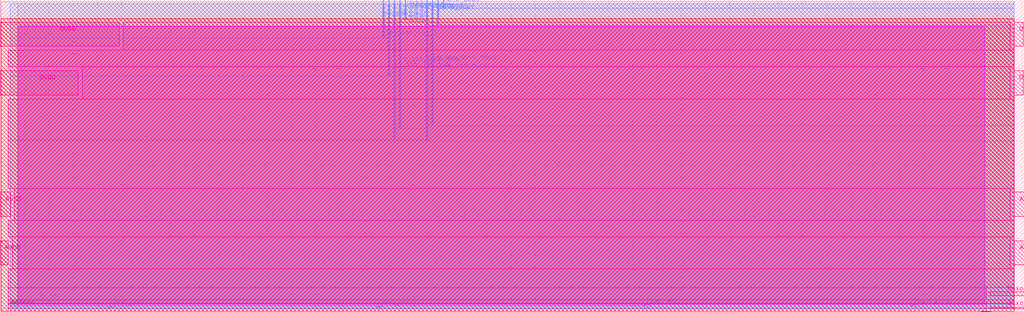
<source format=lef>
VERSION 5.7 ;
  NOWIREEXTENSIONATPIN ON ;
  DIVIDERCHAR "/" ;
  BUSBITCHARS "[]" ;
MACRO frigate_timing_frontend
  CLASS BLOCK ;
  FOREIGN frigate_timing_frontend ;
  ORIGIN 0.000 0.000 ;
  SIZE 420.930 BY 128.380 ;
  PIN lsxo_xin
    ANTENNAGATEAREA 40.202499 ;
    ANTENNADIFFAREA 0.405000 ;
    PORT
      LAYER met2 ;
        RECT 45.000 1.000 46.500 2.000 ;
    END
  END lsxo_xin
  PIN lsxo_xout
    ANTENNAGATEAREA 16.202499 ;
    ANTENNADIFFAREA 20.125000 ;
    PORT
      LAYER met2 ;
        RECT 155.000 1.000 156.500 2.000 ;
    END
  END lsxo_xout
  PIN hsxo_xin
    ANTENNAGATEAREA 18.202499 ;
    ANTENNADIFFAREA 113.155396 ;
    PORT
      LAYER met2 ;
        RECT 265.000 1.000 266.500 2.580 ;
    END
  END hsxo_xin
  PIN hsxo_xout
    ANTENNADIFFAREA 157.759995 ;
    PORT
      LAYER met2 ;
        RECT 375.000 1.000 376.500 2.580 ;
    END
  END hsxo_xout
  PIN rc_osc_16M_ena
    ANTENNAGATEAREA 0.985500 ;
    ANTENNADIFFAREA 0.202500 ;
    PORT
      LAYER met2 ;
        RECT 162.000 70.910 162.140 128.000 ;
    END
  END rc_osc_16M_ena
  PIN rc_osc_500k_ena
    ANTENNAGATEAREA 1.060500 ;
    ANTENNADIFFAREA 0.202500 ;
    PORT
      LAYER met2 ;
        RECT 164.240 75.380 164.380 128.000 ;
    END
  END rc_osc_500k_ena
  PIN lsxo_ena
    ANTENNAGATEAREA 0.399000 ;
    ANTENNADIFFAREA 0.202500 ;
    PORT
      LAYER met2 ;
        RECT 166.480 120.295 166.620 128.000 ;
    END
  END lsxo_ena
  PIN lsxo_standby
    ANTENNAGATEAREA 0.399000 ;
    ANTENNADIFFAREA 0.202500 ;
    PORT
      LAYER met2 ;
        RECT 168.720 119.250 168.860 128.000 ;
    END
  END lsxo_standby
  PIN hsxo_ena
    ANTENNAGATEAREA 0.800000 ;
    PORT
      LAYER met2 ;
        RECT 170.960 120.300 171.100 128.000 ;
    END
  END hsxo_ena
  PIN hsxo_standby
    ANTENNAGATEAREA 10.400000 ;
    PORT
      LAYER met2 ;
        RECT 173.200 119.680 173.340 128.000 ;
    END
  END hsxo_standby
  PIN rc_osc_16M_dout
    ANTENNADIFFAREA 0.731800 ;
    PORT
      LAYER met2 ;
        RECT 175.440 70.330 175.580 128.000 ;
    END
  END rc_osc_16M_dout
  PIN rc_osc_500k_dout
    ANTENNADIFFAREA 0.556800 ;
    PORT
      LAYER met2 ;
        RECT 177.680 76.835 177.820 128.000 ;
    END
  END rc_osc_500k_dout
  PIN lsxo_dout
    ANTENNADIFFAREA 1.377500 ;
    PORT
      LAYER met2 ;
        RECT 179.920 118.150 180.060 128.000 ;
    END
  END lsxo_dout
  PIN hsxo_dout
    ANTENNAGATEAREA 0.500000 ;
    ANTENNADIFFAREA 7.020000 ;
    PORT
      LAYER met2 ;
        RECT 182.160 125.025 182.300 128.000 ;
    END
  END hsxo_dout
  PIN lsxo_ibias
    ANTENNADIFFAREA 5.887000 ;
    PORT
      LAYER met5 ;
        RECT 407.025 1.000 421.000 1.600 ;
    END
  END lsxo_ibias
  PIN hsxo_ibias
    ANTENNADIFFAREA 5.800000 ;
    PORT
      LAYER met5 ;
        RECT 407.065 6.400 421.000 8.000 ;
    END
  END hsxo_ibias
  PIN AVSS
    ANTENNADIFFAREA 289.515991 ;
    PORT
      LAYER met5 ;
        RECT 416.830 39.065 420.930 49.065 ;
    END
    PORT
      LAYER met5 ;
        RECT 0.005 39.065 4.230 49.065 ;
    END
  END AVSS
  PIN AVDD
    ANTENNAGATEAREA 9.000000 ;
    ANTENNADIFFAREA 480.273987 ;
    PORT
      LAYER met5 ;
        RECT 416.830 19.065 420.930 29.065 ;
    END
    PORT
      LAYER met5 ;
        RECT 0.005 19.065 3.260 29.065 ;
    END
  END AVDD
  PIN DVDD
    ANTENNADIFFAREA 90.964645 ;
    PORT
      LAYER met5 ;
        RECT 416.830 89.065 420.690 99.065 ;
    END
    PORT
      LAYER met5 ;
        RECT 0.005 89.065 32.025 99.065 ;
    END
  END DVDD
  PIN DVSS
    ANTENNAGATEAREA 12.000000 ;
    ANTENNADIFFAREA 2169.554688 ;
    PORT
      LAYER met5 ;
        RECT 416.840 109.065 420.690 119.065 ;
    END
    PORT
      LAYER met5 ;
        RECT 0.005 109.065 48.960 119.065 ;
    END
  END DVSS
  PIN resetb_in_h
    ANTENNAGATEAREA 1.027200 ;
    ANTENNADIFFAREA 0.607200 ;
    PORT
      LAYER met2 ;
        RECT 157.520 112.770 157.660 128.000 ;
    END
  END resetb_in_h
  PIN resetb_out_l
    ANTENNADIFFAREA 0.492900 ;
    PORT
      LAYER met2 ;
        RECT 159.760 97.090 159.900 128.000 ;
    END
  END resetb_out_l
  OBS
      LAYER nwell ;
        RECT 7.120 2.870 404.725 117.320 ;
      LAYER li1 ;
        RECT 7.300 3.050 416.805 117.140 ;
      LAYER met1 ;
        RECT 7.120 1.315 416.880 126.625 ;
      LAYER met2 ;
        RECT 4.095 112.490 157.240 126.640 ;
        RECT 157.940 112.490 159.480 126.640 ;
        RECT 4.095 96.810 159.480 112.490 ;
        RECT 160.180 96.810 161.720 126.640 ;
        RECT 4.095 70.630 161.720 96.810 ;
        RECT 162.420 75.100 163.960 126.640 ;
        RECT 164.660 120.015 166.200 126.640 ;
        RECT 166.900 120.015 168.440 126.640 ;
        RECT 164.660 118.970 168.440 120.015 ;
        RECT 169.140 120.020 170.680 126.640 ;
        RECT 171.380 120.020 172.920 126.640 ;
        RECT 169.140 119.400 172.920 120.020 ;
        RECT 173.620 119.400 175.160 126.640 ;
        RECT 169.140 118.970 175.160 119.400 ;
        RECT 164.660 75.100 175.160 118.970 ;
        RECT 162.420 70.630 175.160 75.100 ;
        RECT 4.095 70.050 175.160 70.630 ;
        RECT 175.860 76.555 177.400 126.640 ;
        RECT 178.100 117.870 179.640 126.640 ;
        RECT 180.340 124.745 181.880 126.640 ;
        RECT 182.580 124.745 416.885 126.640 ;
        RECT 180.340 117.870 416.885 124.745 ;
        RECT 178.100 76.555 416.885 117.870 ;
        RECT 175.860 70.050 416.885 76.555 ;
        RECT 4.095 2.860 416.885 70.050 ;
        RECT 4.095 2.280 264.720 2.860 ;
        RECT 4.095 0.980 44.720 2.280 ;
        RECT 46.780 0.980 154.720 2.280 ;
        RECT 156.780 0.980 264.720 2.280 ;
        RECT 266.780 0.980 374.720 2.860 ;
        RECT 376.780 0.980 416.885 2.860 ;
      LAYER met3 ;
        RECT 0.475 1.320 416.960 127.415 ;
      LAYER met4 ;
        RECT 0.490 0.015 416.960 120.385 ;
      LAYER met5 ;
        RECT 50.560 107.465 415.240 119.065 ;
        RECT 3.260 100.665 416.950 107.465 ;
        RECT 33.625 87.465 415.230 100.665 ;
        RECT 3.260 50.665 416.950 87.465 ;
        RECT 5.830 37.465 415.230 50.665 ;
        RECT 3.260 30.665 416.950 37.465 ;
        RECT 4.860 17.465 415.230 30.665 ;
        RECT 3.260 9.600 416.950 17.465 ;
        RECT 3.260 4.800 405.465 9.600 ;
        RECT 3.260 3.200 416.950 4.800 ;
        RECT 3.260 0.000 405.425 3.200 ;
        RECT 403.305 -0.105 407.145 0.000 ;
  END
END frigate_timing_frontend
END LIBRARY


</source>
